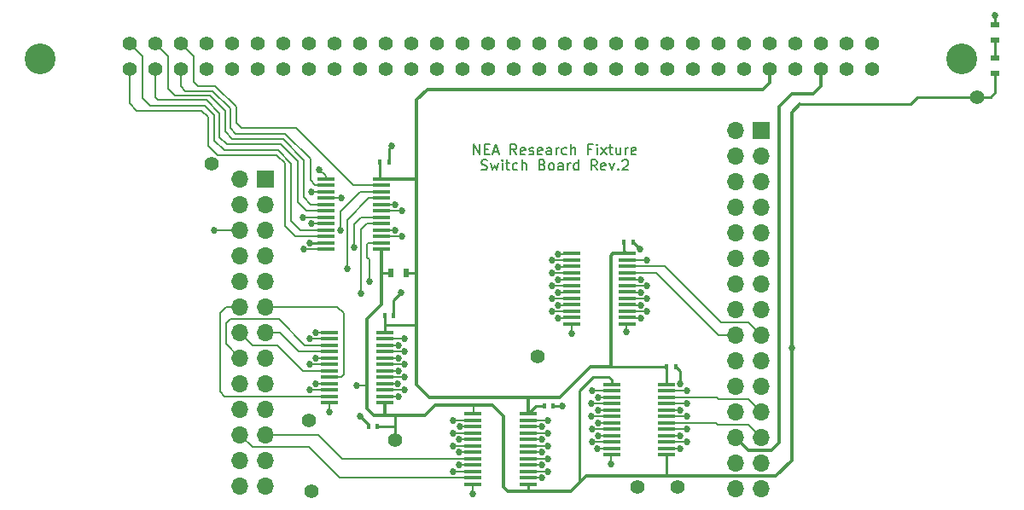
<source format=gtl>
G04 #@! TF.FileFunction,Copper,L1,Top,Signal*
%FSLAX46Y46*%
G04 Gerber Fmt 4.6, Leading zero omitted, Abs format (unit mm)*
G04 Created by KiCad (PCBNEW 4.0.1-stable) date 2/17/2017 10:30:22 PM*
%MOMM*%
G01*
G04 APERTURE LIST*
%ADD10C,0.100000*%
%ADD11C,0.127000*%
%ADD12R,1.651000X0.381000*%
%ADD13C,1.397000*%
%ADD14C,3.048000*%
%ADD15R,0.400000X0.600000*%
%ADD16R,1.700000X1.700000*%
%ADD17O,1.700000X1.700000*%
%ADD18R,0.900000X0.500000*%
%ADD19R,0.500000X0.900000*%
%ADD20C,0.685800*%
%ADD21C,0.254000*%
%ADD22C,0.203200*%
%ADD23C,0.304800*%
G04 APERTURE END LIST*
D10*
D11*
X-2633281Y15199481D02*
X-2633281Y16215481D01*
X-2051909Y15199481D01*
X-2051909Y16215481D01*
X-1567433Y15731671D02*
X-1228300Y15731671D01*
X-1082957Y15199481D02*
X-1567433Y15199481D01*
X-1567433Y16215481D01*
X-1082957Y16215481D01*
X-695376Y15489767D02*
X-210899Y15489767D01*
X-792271Y15199481D02*
X-453137Y16215481D01*
X-114004Y15199481D01*
X1581663Y15199481D02*
X1242529Y15683290D01*
X1000291Y15199481D02*
X1000291Y16215481D01*
X1387872Y16215481D01*
X1484767Y16167100D01*
X1533215Y16118719D01*
X1581663Y16021957D01*
X1581663Y15876814D01*
X1533215Y15780052D01*
X1484767Y15731671D01*
X1387872Y15683290D01*
X1000291Y15683290D01*
X2405272Y15247862D02*
X2308377Y15199481D01*
X2114586Y15199481D01*
X2017691Y15247862D01*
X1969243Y15344624D01*
X1969243Y15731671D01*
X2017691Y15828433D01*
X2114586Y15876814D01*
X2308377Y15876814D01*
X2405272Y15828433D01*
X2453720Y15731671D01*
X2453720Y15634910D01*
X1969243Y15538148D01*
X2841300Y15247862D02*
X2938196Y15199481D01*
X3131986Y15199481D01*
X3228881Y15247862D01*
X3277329Y15344624D01*
X3277329Y15393005D01*
X3228881Y15489767D01*
X3131986Y15538148D01*
X2986643Y15538148D01*
X2889748Y15586529D01*
X2841300Y15683290D01*
X2841300Y15731671D01*
X2889748Y15828433D01*
X2986643Y15876814D01*
X3131986Y15876814D01*
X3228881Y15828433D01*
X4100939Y15247862D02*
X4004044Y15199481D01*
X3810253Y15199481D01*
X3713358Y15247862D01*
X3664910Y15344624D01*
X3664910Y15731671D01*
X3713358Y15828433D01*
X3810253Y15876814D01*
X4004044Y15876814D01*
X4100939Y15828433D01*
X4149387Y15731671D01*
X4149387Y15634910D01*
X3664910Y15538148D01*
X5021444Y15199481D02*
X5021444Y15731671D01*
X4972996Y15828433D01*
X4876101Y15876814D01*
X4682310Y15876814D01*
X4585415Y15828433D01*
X5021444Y15247862D02*
X4924548Y15199481D01*
X4682310Y15199481D01*
X4585415Y15247862D01*
X4536967Y15344624D01*
X4536967Y15441386D01*
X4585415Y15538148D01*
X4682310Y15586529D01*
X4924548Y15586529D01*
X5021444Y15634910D01*
X5505920Y15199481D02*
X5505920Y15876814D01*
X5505920Y15683290D02*
X5554368Y15780052D01*
X5602815Y15828433D01*
X5699711Y15876814D01*
X5796606Y15876814D01*
X6571768Y15247862D02*
X6474872Y15199481D01*
X6281082Y15199481D01*
X6184187Y15247862D01*
X6135739Y15296243D01*
X6087291Y15393005D01*
X6087291Y15683290D01*
X6135739Y15780052D01*
X6184187Y15828433D01*
X6281082Y15876814D01*
X6474872Y15876814D01*
X6571768Y15828433D01*
X7007796Y15199481D02*
X7007796Y16215481D01*
X7443825Y15199481D02*
X7443825Y15731671D01*
X7395377Y15828433D01*
X7298482Y15876814D01*
X7153139Y15876814D01*
X7056244Y15828433D01*
X7007796Y15780052D01*
X9042596Y15731671D02*
X8703463Y15731671D01*
X8703463Y15199481D02*
X8703463Y16215481D01*
X9187939Y16215481D01*
X9575520Y15199481D02*
X9575520Y15876814D01*
X9575520Y16215481D02*
X9527072Y16167100D01*
X9575520Y16118719D01*
X9623968Y16167100D01*
X9575520Y16215481D01*
X9575520Y16118719D01*
X9963101Y15199481D02*
X10496025Y15876814D01*
X9963101Y15876814D02*
X10496025Y15199481D01*
X10738263Y15876814D02*
X11125844Y15876814D01*
X10883606Y16215481D02*
X10883606Y15344624D01*
X10932054Y15247862D01*
X11028949Y15199481D01*
X11125844Y15199481D01*
X11901006Y15876814D02*
X11901006Y15199481D01*
X11464977Y15876814D02*
X11464977Y15344624D01*
X11513425Y15247862D01*
X11610320Y15199481D01*
X11755663Y15199481D01*
X11852558Y15247862D01*
X11901006Y15296243D01*
X12385482Y15199481D02*
X12385482Y15876814D01*
X12385482Y15683290D02*
X12433930Y15780052D01*
X12482377Y15828433D01*
X12579273Y15876814D01*
X12676168Y15876814D01*
X13402882Y15247862D02*
X13305987Y15199481D01*
X13112196Y15199481D01*
X13015301Y15247862D01*
X12966853Y15344624D01*
X12966853Y15731671D01*
X13015301Y15828433D01*
X13112196Y15876814D01*
X13305987Y15876814D01*
X13402882Y15828433D01*
X13451330Y15731671D01*
X13451330Y15634910D01*
X12966853Y15538148D01*
X-1906567Y13698462D02*
X-1761224Y13650081D01*
X-1518986Y13650081D01*
X-1422090Y13698462D01*
X-1373643Y13746843D01*
X-1325195Y13843605D01*
X-1325195Y13940367D01*
X-1373643Y14037129D01*
X-1422090Y14085510D01*
X-1518986Y14133890D01*
X-1712776Y14182271D01*
X-1809671Y14230652D01*
X-1858119Y14279033D01*
X-1906567Y14375795D01*
X-1906567Y14472557D01*
X-1858119Y14569319D01*
X-1809671Y14617700D01*
X-1712776Y14666081D01*
X-1470538Y14666081D01*
X-1325195Y14617700D01*
X-986062Y14327414D02*
X-792272Y13650081D01*
X-598481Y14133890D01*
X-404691Y13650081D01*
X-210900Y14327414D01*
X176681Y13650081D02*
X176681Y14327414D01*
X176681Y14666081D02*
X128233Y14617700D01*
X176681Y14569319D01*
X225129Y14617700D01*
X176681Y14666081D01*
X176681Y14569319D01*
X515814Y14327414D02*
X903395Y14327414D01*
X661157Y14666081D02*
X661157Y13795224D01*
X709605Y13698462D01*
X806500Y13650081D01*
X903395Y13650081D01*
X1678557Y13698462D02*
X1581661Y13650081D01*
X1387871Y13650081D01*
X1290976Y13698462D01*
X1242528Y13746843D01*
X1194080Y13843605D01*
X1194080Y14133890D01*
X1242528Y14230652D01*
X1290976Y14279033D01*
X1387871Y14327414D01*
X1581661Y14327414D01*
X1678557Y14279033D01*
X2114585Y13650081D02*
X2114585Y14666081D01*
X2550614Y13650081D02*
X2550614Y14182271D01*
X2502166Y14279033D01*
X2405271Y14327414D01*
X2259928Y14327414D01*
X2163033Y14279033D01*
X2114585Y14230652D01*
X4149385Y14182271D02*
X4294728Y14133890D01*
X4343176Y14085510D01*
X4391624Y13988748D01*
X4391624Y13843605D01*
X4343176Y13746843D01*
X4294728Y13698462D01*
X4197833Y13650081D01*
X3810252Y13650081D01*
X3810252Y14666081D01*
X4149385Y14666081D01*
X4246281Y14617700D01*
X4294728Y14569319D01*
X4343176Y14472557D01*
X4343176Y14375795D01*
X4294728Y14279033D01*
X4246281Y14230652D01*
X4149385Y14182271D01*
X3810252Y14182271D01*
X4972995Y13650081D02*
X4876100Y13698462D01*
X4827652Y13746843D01*
X4779204Y13843605D01*
X4779204Y14133890D01*
X4827652Y14230652D01*
X4876100Y14279033D01*
X4972995Y14327414D01*
X5118338Y14327414D01*
X5215233Y14279033D01*
X5263681Y14230652D01*
X5312128Y14133890D01*
X5312128Y13843605D01*
X5263681Y13746843D01*
X5215233Y13698462D01*
X5118338Y13650081D01*
X4972995Y13650081D01*
X6184186Y13650081D02*
X6184186Y14182271D01*
X6135738Y14279033D01*
X6038843Y14327414D01*
X5845052Y14327414D01*
X5748157Y14279033D01*
X6184186Y13698462D02*
X6087290Y13650081D01*
X5845052Y13650081D01*
X5748157Y13698462D01*
X5699709Y13795224D01*
X5699709Y13891986D01*
X5748157Y13988748D01*
X5845052Y14037129D01*
X6087290Y14037129D01*
X6184186Y14085510D01*
X6668662Y13650081D02*
X6668662Y14327414D01*
X6668662Y14133890D02*
X6717110Y14230652D01*
X6765557Y14279033D01*
X6862453Y14327414D01*
X6959348Y14327414D01*
X7734510Y13650081D02*
X7734510Y14666081D01*
X7734510Y13698462D02*
X7637614Y13650081D01*
X7443824Y13650081D01*
X7346929Y13698462D01*
X7298481Y13746843D01*
X7250033Y13843605D01*
X7250033Y14133890D01*
X7298481Y14230652D01*
X7346929Y14279033D01*
X7443824Y14327414D01*
X7637614Y14327414D01*
X7734510Y14279033D01*
X9575520Y13650081D02*
X9236386Y14133890D01*
X8994148Y13650081D02*
X8994148Y14666081D01*
X9381729Y14666081D01*
X9478624Y14617700D01*
X9527072Y14569319D01*
X9575520Y14472557D01*
X9575520Y14327414D01*
X9527072Y14230652D01*
X9478624Y14182271D01*
X9381729Y14133890D01*
X8994148Y14133890D01*
X10399129Y13698462D02*
X10302234Y13650081D01*
X10108443Y13650081D01*
X10011548Y13698462D01*
X9963100Y13795224D01*
X9963100Y14182271D01*
X10011548Y14279033D01*
X10108443Y14327414D01*
X10302234Y14327414D01*
X10399129Y14279033D01*
X10447577Y14182271D01*
X10447577Y14085510D01*
X9963100Y13988748D01*
X10786710Y14327414D02*
X11028948Y13650081D01*
X11271186Y14327414D01*
X11658767Y13746843D02*
X11707215Y13698462D01*
X11658767Y13650081D01*
X11610319Y13698462D01*
X11658767Y13746843D01*
X11658767Y13650081D01*
X12094795Y14569319D02*
X12143243Y14617700D01*
X12240138Y14666081D01*
X12482376Y14666081D01*
X12579272Y14617700D01*
X12627719Y14569319D01*
X12676167Y14472557D01*
X12676167Y14375795D01*
X12627719Y14230652D01*
X12046348Y13650081D01*
X12676167Y13650081D01*
D12*
X-17297400Y12801600D03*
X-17297400Y12166600D03*
X-17297400Y11531600D03*
X-17297400Y10896600D03*
X-17297400Y10261600D03*
X-17297400Y9626600D03*
X-17297400Y8991600D03*
X-17297400Y8356600D03*
X-17297400Y7721600D03*
X-17297400Y7086600D03*
X-17297400Y6451600D03*
X-17297400Y5816600D03*
X-11836400Y5816600D03*
X-11836400Y6451600D03*
X-11836400Y7086600D03*
X-11836400Y7721600D03*
X-11836400Y8356600D03*
X-11836400Y8991600D03*
X-11836400Y9626600D03*
X-11836400Y10261600D03*
X-11836400Y10896600D03*
X-11836400Y11531600D03*
X-11836400Y12166600D03*
X-11836400Y12801600D03*
D13*
X-36830000Y23704600D03*
X-36830000Y26244600D03*
X-34290000Y23704600D03*
X-34290000Y26244600D03*
X-31750000Y23704600D03*
X-31750000Y26244600D03*
X-29210000Y23704600D03*
X-29210000Y26244600D03*
X-26670000Y23704600D03*
X-26670000Y26244600D03*
X-24130000Y23704600D03*
X-24130000Y26244600D03*
X-21590000Y23704600D03*
X-21590000Y26244600D03*
X-19050000Y23704600D03*
X-19050000Y26244600D03*
X-16510000Y23704600D03*
X-16510000Y26244600D03*
X-13970000Y23704600D03*
X-13970000Y26244600D03*
X-11430000Y23704600D03*
X-11430000Y26244600D03*
X-8890000Y23704600D03*
X-8890000Y26244600D03*
X-6350000Y23704600D03*
X-6350000Y26244600D03*
X-3810000Y23704600D03*
X-3810000Y26244600D03*
X-1270000Y23704600D03*
X-1270000Y26244600D03*
X1270000Y23704600D03*
X1270000Y26244600D03*
X3810000Y23704600D03*
X3810000Y26244600D03*
X6350000Y23704600D03*
X6350000Y26244600D03*
X8890000Y23704600D03*
X8890000Y26244600D03*
X11430000Y23704600D03*
X11430000Y26244600D03*
X13970000Y23704600D03*
X13970000Y26244600D03*
X16510000Y23704600D03*
X16510000Y26244600D03*
X19050000Y23704600D03*
X19050000Y26244600D03*
X21590000Y23704600D03*
X21590000Y26244600D03*
X24130000Y23704600D03*
X24130000Y26244600D03*
X26670000Y23704600D03*
X26670000Y26244600D03*
X29210000Y23704600D03*
X29210000Y26244600D03*
X31750000Y23704600D03*
X31750000Y26244600D03*
X34290000Y23704600D03*
X34290000Y26244600D03*
X36830000Y23704600D03*
X36830000Y26244600D03*
D14*
X45720000Y24720600D03*
X-45720000Y24720600D03*
D12*
X-16982440Y-2448560D03*
X-16982440Y-3083560D03*
X-16982440Y-3718560D03*
X-16982440Y-4353560D03*
X-16982440Y-4988560D03*
X-16982440Y-5623560D03*
X-16982440Y-6258560D03*
X-16982440Y-6893560D03*
X-16982440Y-7528560D03*
X-16982440Y-8163560D03*
X-16982440Y-8798560D03*
X-16982440Y-9433560D03*
X-11521440Y-9433560D03*
X-11521440Y-8798560D03*
X-11521440Y-8163560D03*
X-11521440Y-7528560D03*
X-11521440Y-6893560D03*
X-11521440Y-6258560D03*
X-11521440Y-5623560D03*
X-11521440Y-4988560D03*
X-11521440Y-4353560D03*
X-11521440Y-3718560D03*
X-11521440Y-3083560D03*
X-11521440Y-2448560D03*
X-2743200Y-10530840D03*
X-2743200Y-11165840D03*
X-2743200Y-11800840D03*
X-2743200Y-12435840D03*
X-2743200Y-13070840D03*
X-2743200Y-13705840D03*
X-2743200Y-14340840D03*
X-2743200Y-14975840D03*
X-2743200Y-15610840D03*
X-2743200Y-16245840D03*
X-2743200Y-16880840D03*
X-2743200Y-17515840D03*
X2717800Y-17515840D03*
X2717800Y-16880840D03*
X2717800Y-16245840D03*
X2717800Y-15610840D03*
X2717800Y-14975840D03*
X2717800Y-14340840D03*
X2717800Y-13705840D03*
X2717800Y-13070840D03*
X2717800Y-12435840D03*
X2717800Y-11800840D03*
X2717800Y-11165840D03*
X2717800Y-10530840D03*
X7071360Y5354320D03*
X7071360Y4719320D03*
X7071360Y4084320D03*
X7071360Y3449320D03*
X7071360Y2814320D03*
X7071360Y2179320D03*
X7071360Y1544320D03*
X7071360Y909320D03*
X7071360Y274320D03*
X7071360Y-360680D03*
X7071360Y-995680D03*
X7071360Y-1630680D03*
X12532360Y-1630680D03*
X12532360Y-995680D03*
X12532360Y-360680D03*
X12532360Y274320D03*
X12532360Y909320D03*
X12532360Y1544320D03*
X12532360Y2179320D03*
X12532360Y2814320D03*
X12532360Y3449320D03*
X12532360Y4084320D03*
X12532360Y4719320D03*
X12532360Y5354320D03*
X11008360Y-7630160D03*
X11008360Y-8265160D03*
X11008360Y-8900160D03*
X11008360Y-9535160D03*
X11008360Y-10170160D03*
X11008360Y-10805160D03*
X11008360Y-11440160D03*
X11008360Y-12075160D03*
X11008360Y-12710160D03*
X11008360Y-13345160D03*
X11008360Y-13980160D03*
X11008360Y-14615160D03*
X16469360Y-14615160D03*
X16469360Y-13980160D03*
X16469360Y-13345160D03*
X16469360Y-12710160D03*
X16469360Y-12075160D03*
X16469360Y-11440160D03*
X16469360Y-10805160D03*
X16469360Y-10170160D03*
X16469360Y-9535160D03*
X16469360Y-8900160D03*
X16469360Y-8265160D03*
X16469360Y-7630160D03*
D15*
X-11981600Y14452600D03*
X-11081600Y14452600D03*
X-11499000Y-787400D03*
X-10599000Y-787400D03*
X4325200Y-9753600D03*
X5225200Y-9753600D03*
X12224600Y6502400D03*
X13124600Y6502400D03*
X16466400Y-5842000D03*
X17366400Y-5842000D03*
D16*
X25875000Y17600000D03*
D17*
X23335000Y17600000D03*
X25875000Y15060000D03*
X23335000Y15060000D03*
X25875000Y12520000D03*
X23335000Y12520000D03*
X25875000Y9980000D03*
X23335000Y9980000D03*
X25875000Y7440000D03*
X23335000Y7440000D03*
X25875000Y4900000D03*
X23335000Y4900000D03*
X25875000Y2360000D03*
X23335000Y2360000D03*
X25875000Y-180000D03*
X23335000Y-180000D03*
X25875000Y-2720000D03*
X23335000Y-2720000D03*
X25875000Y-5260000D03*
X23335000Y-5260000D03*
X25875000Y-7800000D03*
X23335000Y-7800000D03*
X25875000Y-10340000D03*
X23335000Y-10340000D03*
X25875000Y-12880000D03*
X23335000Y-12880000D03*
X25875000Y-15420000D03*
X23335000Y-15420000D03*
X25875000Y-17960000D03*
X23335000Y-17960000D03*
D16*
X-23325000Y12800000D03*
D17*
X-25865000Y12800000D03*
X-23325000Y10260000D03*
X-25865000Y10260000D03*
X-23325000Y7720000D03*
X-25865000Y7720000D03*
X-23325000Y5180000D03*
X-25865000Y5180000D03*
X-23325000Y2640000D03*
X-25865000Y2640000D03*
X-23325000Y100000D03*
X-25865000Y100000D03*
X-23325000Y-2440000D03*
X-25865000Y-2440000D03*
X-23325000Y-4980000D03*
X-25865000Y-4980000D03*
X-23325000Y-7520000D03*
X-25865000Y-7520000D03*
X-23325000Y-10060000D03*
X-25865000Y-10060000D03*
X-23325000Y-12600000D03*
X-25865000Y-12600000D03*
X-23325000Y-15140000D03*
X-25865000Y-15140000D03*
X-23325000Y-17680000D03*
X-25865000Y-17680000D03*
D15*
X-12199200Y-11785600D03*
X-13099200Y-11785600D03*
D13*
X13589000Y-17805400D03*
X17526000Y-17780000D03*
X-10490200Y-13131800D03*
X-18796000Y-18186400D03*
X3708400Y-4826000D03*
X47294800Y20929600D03*
D18*
X49072800Y24778400D03*
X49072800Y23278400D03*
D19*
X-9359200Y3454400D03*
X-10859200Y3454400D03*
D18*
X49072800Y28080400D03*
X49072800Y26580400D03*
D13*
X-28676600Y14274800D03*
X-19050000Y-11201400D03*
D20*
X-18897600Y6451600D03*
X-18796000Y8356600D03*
X-19583400Y8991600D03*
X-15798800Y10896600D03*
X-18745200Y11531600D03*
X-28371800Y7721600D03*
X-15900400Y7721600D03*
X18455640Y-9540240D03*
X-13919200Y-10769600D03*
X17830800Y-7594600D03*
X13868400Y5791200D03*
X6121400Y-9753600D03*
X-9855200Y1473200D03*
X-10795000Y16103600D03*
X7051040Y-2575560D03*
X10993120Y-15549880D03*
X-2763520Y-18445480D03*
X-19502120Y5821680D03*
X-17002760Y-10358120D03*
X-15240000Y3911600D03*
X-14554200Y5994400D03*
X-13843000Y1397000D03*
X-13030200Y2641600D03*
X-10129520Y-3713480D03*
X-9540240Y-4348480D03*
X-10144760Y-6253480D03*
X-9540240Y-6888480D03*
X-10165080Y-8798560D03*
X-4104640Y-14330680D03*
X-4709160Y-12440920D03*
X-4069080Y-11800840D03*
X4074160Y-16885920D03*
X4699000Y-14975840D03*
X4094480Y-14340840D03*
X4699000Y-12435840D03*
X4109720Y-11800840D03*
X5694680Y-1010920D03*
X5120640Y899160D03*
X5709920Y1539240D03*
X5105400Y3429000D03*
X5745480Y4069080D03*
X13888720Y-1016000D03*
X14513560Y894080D03*
X13909040Y1529080D03*
X9687560Y-8905240D03*
X9047480Y-9545320D03*
X9652000Y-11435080D03*
X9062720Y-12075160D03*
X9636760Y-13985240D03*
X17830800Y-13990320D03*
X-10505440Y10261600D03*
X-9809480Y9621520D03*
X-10444480Y7721600D03*
X-9779000Y7086600D03*
X-18933160Y-8158480D03*
X-18338800Y-7518400D03*
X-18968720Y-5618480D03*
X-18343880Y-4988560D03*
X-18928080Y-3078480D03*
X-9540240Y-3083560D03*
X-10165080Y-4978400D03*
X-9519920Y-5618480D03*
X-10175240Y-7518400D03*
X-9530080Y-8158480D03*
X-4693920Y-16245840D03*
X-4099560Y-15605760D03*
X-4729480Y-13705840D03*
X-4104640Y-13075920D03*
X-4688840Y-11165840D03*
X4709160Y-16245840D03*
X4064000Y-15605760D03*
X4719320Y-13705840D03*
X4074160Y-13065760D03*
X4699000Y-11170920D03*
X5120640Y-375920D03*
X5715000Y264160D03*
X5085080Y2164080D03*
X5709920Y2794000D03*
X5125720Y4704080D03*
X14523720Y-375920D03*
X13878560Y264160D03*
X14533880Y2164080D03*
X13888720Y2804160D03*
X14513560Y4699000D03*
X9067800Y-8270240D03*
X9652000Y-10180320D03*
X9027160Y-10810240D03*
X9657080Y-12710160D03*
X9062720Y-13350240D03*
X18455640Y-8275320D03*
X17830800Y-10170160D03*
X18475960Y-10810240D03*
X18465800Y-13350240D03*
X49072800Y28981400D03*
X5740400Y5339080D03*
X-14310360Y-7691120D03*
X-18313400Y-2443480D03*
X-17957800Y13726160D03*
X12512040Y-2367280D03*
X28874720Y-3992880D03*
X18455640Y-12080240D03*
X17820640Y-12710160D03*
D21*
X-17297400Y6451600D02*
X-18897600Y6451600D01*
D22*
X-18796000Y8356600D02*
X-17297400Y8356600D01*
X-19583400Y8991600D02*
X-17297400Y8991600D01*
X-15798800Y10896600D02*
X-17297400Y10896600D01*
X-25865000Y7720000D02*
X-28370200Y7720000D01*
X-18745200Y11531600D02*
X-17297400Y11531600D01*
X-28370200Y7720000D02*
X-28371800Y7721600D01*
X-11836400Y11531600D02*
X-13919200Y11531600D01*
X-15900400Y9550400D02*
X-15900400Y7721600D01*
X-13919200Y11531600D02*
X-15900400Y9550400D01*
X18455640Y-9540240D02*
X16459200Y-9540240D01*
D21*
X-13099200Y-11785600D02*
X-13099200Y-11589600D01*
X-13099200Y-11589600D02*
X-13919200Y-10769600D01*
X17366400Y-5842000D02*
X17830800Y-6306400D01*
X17830800Y-6306400D02*
X17830800Y-7594600D01*
X13124600Y6502400D02*
X13157200Y6502400D01*
X13157200Y6502400D02*
X13868400Y5791200D01*
X5225200Y-9753600D02*
X6121400Y-9753600D01*
X-10599000Y-787400D02*
X-10599000Y729400D01*
X-10599000Y729400D02*
X-9855200Y1473200D01*
X-11081600Y14452600D02*
X-11081600Y15817000D01*
X-11081600Y15817000D02*
X-10795000Y16103600D01*
D22*
X-19497040Y5816600D02*
X-19502120Y5821680D01*
X-17297400Y5816600D02*
X-19497040Y5816600D01*
X10998200Y-14620240D02*
X10998200Y-15544800D01*
X7056120Y-1645920D02*
X7056120Y-2570480D01*
X-16997680Y-9428480D02*
X-16997680Y-10353040D01*
X-2758440Y-17515840D02*
X-2758440Y-18440400D01*
X25875000Y-12880000D02*
X24587560Y-11592560D01*
X21376640Y-11440160D02*
X16469360Y-11440160D01*
X21529040Y-11592560D02*
X21376640Y-11440160D01*
X24587560Y-11592560D02*
X21529040Y-11592560D01*
X-15240000Y3911600D02*
X-15240000Y8737600D01*
X-13081000Y10896600D02*
X-15240000Y8737600D01*
X-13081000Y10896600D02*
X-11836400Y10896600D01*
X-11836400Y8991600D02*
X-13817600Y8991600D01*
X-14554200Y8255000D02*
X-14554200Y5994400D01*
X-13817600Y8991600D02*
X-14554200Y8255000D01*
X-11836400Y8356600D02*
X-13284200Y8356600D01*
X-13843000Y7797800D02*
X-13843000Y1397000D01*
X-13284200Y8356600D02*
X-13843000Y7797800D01*
X-11836400Y6451600D02*
X-13081000Y6451600D01*
X-13030200Y4775200D02*
X-13030200Y2641600D01*
X-13233400Y4978400D02*
X-13030200Y4775200D01*
X-13233400Y6299200D02*
X-13233400Y4978400D01*
X-13081000Y6451600D02*
X-13233400Y6299200D01*
X-16982440Y-8798560D02*
X-27365960Y-8798560D01*
X-27215160Y100000D02*
X-25865000Y100000D01*
X-27823160Y-508000D02*
X-27215160Y100000D01*
X-27823160Y-8341360D02*
X-27823160Y-508000D01*
X-27365960Y-8798560D02*
X-27823160Y-8341360D01*
X-23325000Y100000D02*
X-16198520Y100000D01*
X-15778480Y-6893560D02*
X-16982440Y-6893560D01*
X-15524480Y-6639560D02*
X-15778480Y-6893560D01*
X-15524480Y-574040D02*
X-15524480Y-6639560D01*
X-16198520Y100000D02*
X-15524480Y-574040D01*
X-25865000Y-2440000D02*
X-24581360Y-3723640D01*
X-19573240Y-6258560D02*
X-16982440Y-6258560D01*
X-22108160Y-3723640D02*
X-19573240Y-6258560D01*
X-24581360Y-3723640D02*
X-22108160Y-3723640D01*
X-23325000Y-2440000D02*
X-21913520Y-2440000D01*
X-19999960Y-4353560D02*
X-16982440Y-4353560D01*
X-21913520Y-2440000D02*
X-19999960Y-4353560D01*
X-25865000Y-4980000D02*
X-27269440Y-3575560D01*
X-19441160Y-3718560D02*
X-16982440Y-3718560D01*
X-22001480Y-1158240D02*
X-19441160Y-3718560D01*
X-26842720Y-1158240D02*
X-22001480Y-1158240D01*
X-27269440Y-1584960D02*
X-26842720Y-1158240D01*
X-27269440Y-3575560D02*
X-27269440Y-1584960D01*
X-11536680Y-3713480D02*
X-10129520Y-3713480D01*
X-9540240Y-4348480D02*
X-11536680Y-4348480D01*
X-10144760Y-6253480D02*
X-11536680Y-6253480D01*
X-9540240Y-6888480D02*
X-11536680Y-6888480D01*
X-10170160Y-8793480D02*
X-11536680Y-8793480D01*
X-10170160Y-8793480D02*
X-10165080Y-8798560D01*
X-25865000Y-12600000D02*
X-24611840Y-13853160D01*
X-15956280Y-16880840D02*
X-2743200Y-16880840D01*
X-18983960Y-13853160D02*
X-15956280Y-16880840D01*
X-24611840Y-13853160D02*
X-18983960Y-13853160D01*
X-15687040Y-14975840D02*
X-2743200Y-14975840D01*
X-23325000Y-12600000D02*
X-18062880Y-12600000D01*
X-18062880Y-12600000D02*
X-15687040Y-14975840D01*
X-4094480Y-14340840D02*
X-4104640Y-14330680D01*
X-4094480Y-14340840D02*
X-2758440Y-14340840D01*
X-2758440Y-12435840D02*
X-4704080Y-12435840D01*
X-4704080Y-12435840D02*
X-4709160Y-12440920D01*
X-2758440Y-11800840D02*
X-4069080Y-11800840D01*
X4069080Y-16880840D02*
X4074160Y-16885920D01*
X4069080Y-16880840D02*
X2702560Y-16880840D01*
X4699000Y-14975840D02*
X2702560Y-14975840D01*
X4094480Y-14340840D02*
X2702560Y-14340840D01*
X2702560Y-12435840D02*
X4699000Y-12435840D01*
X2702560Y-11800840D02*
X4109720Y-11800840D01*
X7056120Y-1010920D02*
X5694680Y-1010920D01*
X7056120Y894080D02*
X5125720Y894080D01*
X5125720Y894080D02*
X5120640Y899160D01*
X7056120Y1529080D02*
X5720080Y1529080D01*
X5720080Y1529080D02*
X5709920Y1539240D01*
X5110480Y3434080D02*
X5105400Y3429000D01*
X7056120Y3434080D02*
X5110480Y3434080D01*
X7056120Y4069080D02*
X5745480Y4069080D01*
X13883640Y-1010920D02*
X13888720Y-1016000D01*
X12517120Y-1010920D02*
X13883640Y-1010920D01*
X14513560Y894080D02*
X12517120Y894080D01*
X13909040Y1529080D02*
X12517120Y1529080D01*
X23335000Y-2720000D02*
X21612520Y-2720000D01*
X21612520Y-2720000D02*
X15443200Y3449320D01*
X15443200Y3449320D02*
X12532360Y3449320D01*
X25875000Y-2720000D02*
X24618040Y-1463040D01*
X16322040Y4084320D02*
X12532360Y4084320D01*
X21869400Y-1463040D02*
X16322040Y4084320D01*
X24618040Y-1463040D02*
X21869400Y-1463040D01*
X10998200Y-8905240D02*
X9687560Y-8905240D01*
X10998200Y-9540240D02*
X9052560Y-9540240D01*
X9052560Y-9540240D02*
X9047480Y-9545320D01*
X9662160Y-11445240D02*
X9652000Y-11435080D01*
X9662160Y-11445240D02*
X10998200Y-11445240D01*
X9067800Y-12080240D02*
X9062720Y-12075160D01*
X9067800Y-12080240D02*
X10998200Y-12080240D01*
X9636760Y-13985240D02*
X10998200Y-13985240D01*
X25875000Y-10340000D02*
X24577400Y-9042400D01*
X21452840Y-8905240D02*
X16474440Y-8905240D01*
X21590000Y-9042400D02*
X21452840Y-8905240D01*
X24577400Y-9042400D02*
X21590000Y-9042400D01*
X16474440Y-8905240D02*
X16469360Y-8900160D01*
X17825720Y-13985240D02*
X17830800Y-13990320D01*
X17825720Y-13985240D02*
X16459200Y-13985240D01*
D23*
X23335000Y-12880000D02*
X24582480Y-14127480D01*
X31750000Y22026880D02*
X31750000Y23704600D01*
X30982920Y21259800D02*
X31750000Y22026880D01*
X28925520Y21259800D02*
X30982920Y21259800D01*
X27604720Y19939000D02*
X28925520Y21259800D01*
X27604720Y-13406120D02*
X27604720Y19939000D01*
X26883360Y-14127480D02*
X27604720Y-13406120D01*
X24582480Y-14127480D02*
X26883360Y-14127480D01*
D22*
X-36103560Y19568160D02*
X-36830000Y20294600D01*
X-22194520Y15133320D02*
X-28092400Y15133320D01*
X-28092400Y15133320D02*
X-29037280Y16078200D01*
X-29037280Y16078200D02*
X-29037280Y18933160D01*
X-29037280Y18933160D02*
X-29672280Y19568160D01*
X-29672280Y19568160D02*
X-36103560Y19568160D01*
X-21412200Y8128000D02*
X-21412200Y14351000D01*
X-20370800Y7086600D02*
X-21412200Y8128000D01*
X-17297400Y7086600D02*
X-20370800Y7086600D01*
X-36830000Y20294600D02*
X-36830000Y23704600D01*
X-21412200Y14351000D02*
X-22194520Y15133320D01*
X-20751800Y14325600D02*
X-22042120Y15615920D01*
X-34798000Y20066000D02*
X-35534600Y20802600D01*
X-35534600Y20802600D02*
X-35534600Y24949200D01*
X-36830000Y26244600D02*
X-35534600Y24949200D01*
X-19888200Y7721600D02*
X-17297400Y7721600D01*
X-20751800Y8585200D02*
X-20751800Y14325600D01*
X-19888200Y7721600D02*
X-20751800Y8585200D01*
X-29382720Y20066000D02*
X-34798000Y20066000D01*
X-28392120Y19075400D02*
X-29382720Y20066000D01*
X-28392120Y16576040D02*
X-28392120Y19075400D01*
X-27432000Y15615920D02*
X-28392120Y16576040D01*
X-22042120Y15615920D02*
X-27432000Y15615920D01*
X-20116800Y14554200D02*
X-21772880Y16210280D01*
X-33985200Y20599400D02*
X-34290000Y20904200D01*
X-34290000Y23704600D02*
X-34290000Y20904200D01*
X-19227800Y9626600D02*
X-17297400Y9626600D01*
X-20116800Y10515600D02*
X-20116800Y14554200D01*
X-19227800Y9626600D02*
X-20116800Y10515600D01*
X-29215080Y20599400D02*
X-33985200Y20599400D01*
X-27884120Y19268440D02*
X-29215080Y20599400D01*
X-27884120Y16921480D02*
X-27884120Y19268440D01*
X-27172920Y16210280D02*
X-27884120Y16921480D01*
X-21772880Y16210280D02*
X-27172920Y16210280D01*
X-19507200Y14655800D02*
X-21579840Y16728440D01*
X-32334200Y21031200D02*
X-33020000Y21717000D01*
X-33020000Y21717000D02*
X-33020000Y24974600D01*
X-34290000Y26244600D02*
X-33020000Y24974600D01*
X-18821400Y10261600D02*
X-17297400Y10261600D01*
X-19507200Y10947400D02*
X-19507200Y14655800D01*
X-18821400Y10261600D02*
X-19507200Y10947400D01*
X-28854400Y21031200D02*
X-32334200Y21031200D01*
X-27340560Y19517360D02*
X-28854400Y21031200D01*
X-27340560Y17470120D02*
X-27340560Y19517360D01*
X-26598880Y16728440D02*
X-27340560Y17470120D01*
X-21579840Y16728440D02*
X-26598880Y16728440D01*
X-18887440Y14798040D02*
X-21346160Y17256760D01*
X-31267400Y21513800D02*
X-31750000Y21996400D01*
X-31750000Y23704600D02*
X-31750000Y21996400D01*
X-18389600Y12166600D02*
X-17297400Y12166600D01*
X-18887440Y12664440D02*
X-18887440Y14798040D01*
X-18389600Y12166600D02*
X-18887440Y12664440D01*
X-28559760Y21513800D02*
X-31267400Y21513800D01*
X-26812240Y19766280D02*
X-28559760Y21513800D01*
X-26812240Y17805400D02*
X-26812240Y19766280D01*
X-26263600Y17256760D02*
X-26812240Y17805400D01*
X-21346160Y17256760D02*
X-26263600Y17256760D01*
X-14630400Y12166600D02*
X-20269200Y17805400D01*
X-30048200Y22021800D02*
X-30480000Y22453600D01*
X-30480000Y22453600D02*
X-30480000Y24974600D01*
X-31750000Y26244600D02*
X-30480000Y24974600D01*
X-14630400Y12166600D02*
X-11836400Y12166600D01*
X-28341320Y22021800D02*
X-30048200Y22021800D01*
X-26243280Y19923760D02*
X-28341320Y22021800D01*
X-26243280Y18313400D02*
X-26243280Y19923760D01*
X-25735280Y17805400D02*
X-26243280Y18313400D01*
X-20269200Y17805400D02*
X-25735280Y17805400D01*
X-11836400Y10261600D02*
X-10505440Y10261600D01*
X-29210000Y23622000D02*
X-29210000Y23704600D01*
X-11836400Y9626600D02*
X-9814560Y9626600D01*
X-9814560Y9626600D02*
X-9809480Y9621520D01*
X-11836400Y7721600D02*
X-10444480Y7721600D01*
X-11836400Y7086600D02*
X-9779000Y7086600D01*
X-16997680Y-8158480D02*
X-18933160Y-8158480D01*
X-16997680Y-7523480D02*
X-18333720Y-7523480D01*
X-18333720Y-7523480D02*
X-18338800Y-7518400D01*
X-16997680Y-5618480D02*
X-18968720Y-5618480D01*
X-16997680Y-4983480D02*
X-18338800Y-4983480D01*
X-18338800Y-4983480D02*
X-18343880Y-4988560D01*
X-16997680Y-3078480D02*
X-18928080Y-3078480D01*
X-11536680Y-3078480D02*
X-9545320Y-3078480D01*
X-9545320Y-3078480D02*
X-9540240Y-3083560D01*
X-11536680Y-4983480D02*
X-10170160Y-4983480D01*
X-10170160Y-4983480D02*
X-10165080Y-4978400D01*
X-11536680Y-5618480D02*
X-9519920Y-5618480D01*
X-10180320Y-7523480D02*
X-10175240Y-7518400D01*
X-11536680Y-7523480D02*
X-10180320Y-7523480D01*
X-11536680Y-8158480D02*
X-9530080Y-8158480D01*
X-2758440Y-16245840D02*
X-4693920Y-16245840D01*
X-4094480Y-15610840D02*
X-4099560Y-15605760D01*
X-2758440Y-15610840D02*
X-4094480Y-15610840D01*
X-2758440Y-13705840D02*
X-4729480Y-13705840D01*
X-2758440Y-13070840D02*
X-4099560Y-13070840D01*
X-4099560Y-13070840D02*
X-4104640Y-13075920D01*
X-2758440Y-11165840D02*
X-4688840Y-11165840D01*
X4709160Y-16245840D02*
X2702560Y-16245840D01*
X2702560Y-15610840D02*
X4058920Y-15610840D01*
X4058920Y-15610840D02*
X4064000Y-15605760D01*
X2702560Y-13705840D02*
X4719320Y-13705840D01*
X4069080Y-13070840D02*
X4074160Y-13065760D01*
X2702560Y-13070840D02*
X4069080Y-13070840D01*
X4693920Y-11165840D02*
X4699000Y-11170920D01*
X2702560Y-11165840D02*
X4693920Y-11165840D01*
X7056120Y-375920D02*
X5120640Y-375920D01*
X7056120Y259080D02*
X5720080Y259080D01*
X5720080Y259080D02*
X5715000Y264160D01*
X5085080Y2164080D02*
X7056120Y2164080D01*
X7056120Y2799080D02*
X5715000Y2799080D01*
X5715000Y2799080D02*
X5709920Y2794000D01*
X7056120Y4704080D02*
X5125720Y4704080D01*
X12517120Y-375920D02*
X14523720Y-375920D01*
X13873480Y259080D02*
X13878560Y264160D01*
X12517120Y259080D02*
X13873480Y259080D01*
X12517120Y2164080D02*
X14533880Y2164080D01*
X12517120Y2799080D02*
X13883640Y2799080D01*
X13883640Y2799080D02*
X13888720Y2804160D01*
X12517120Y4704080D02*
X14508480Y4704080D01*
X14508480Y4704080D02*
X14513560Y4699000D01*
X10998200Y-8270240D02*
X9067800Y-8270240D01*
X10998200Y-10175240D02*
X9657080Y-10175240D01*
X9657080Y-10175240D02*
X9652000Y-10180320D01*
X10998200Y-10810240D02*
X9027160Y-10810240D01*
X9662160Y-12715240D02*
X9657080Y-12710160D01*
X10998200Y-12715240D02*
X9662160Y-12715240D01*
X10998200Y-13350240D02*
X9062720Y-13350240D01*
X18450560Y-8270240D02*
X18455640Y-8275320D01*
X16459200Y-8270240D02*
X18450560Y-8270240D01*
X17825720Y-10175240D02*
X17830800Y-10170160D01*
X16459200Y-10175240D02*
X17825720Y-10175240D01*
X16459200Y-10810240D02*
X18475960Y-10810240D01*
X16459200Y-13350240D02*
X18465800Y-13350240D01*
D21*
X49072800Y28080400D02*
X49072800Y28981400D01*
X-9359200Y3454400D02*
X-8341360Y3454400D01*
X-8341360Y3454400D02*
X-8331200Y3454400D01*
X-8331200Y3454400D02*
X-8341360Y3454400D01*
X16466400Y-5842000D02*
X10942320Y-5842000D01*
X10942320Y-5842000D02*
X10942320Y-5847080D01*
X16466400Y-5842000D02*
X16466400Y-7627200D01*
X16466400Y-7627200D02*
X16469360Y-7630160D01*
X12224600Y6502400D02*
X12224600Y5662080D01*
X12224600Y5662080D02*
X12532360Y5354320D01*
X4325200Y-9753600D02*
X3495040Y-9753600D01*
X3495040Y-9753600D02*
X2717800Y-10530840D01*
X-11499000Y-1727200D02*
X-8448040Y-1727200D01*
X-8448040Y-1727200D02*
X-8341360Y-1620520D01*
X-11499000Y-787400D02*
X-11499000Y-1727200D01*
X-11499000Y-1727200D02*
X-11499000Y-2426120D01*
X-11499000Y-2426120D02*
X-11521440Y-2448560D01*
X-11981600Y14452600D02*
X-11981600Y12946800D01*
X-11981600Y12946800D02*
X-11836400Y12801600D01*
D23*
X-11836400Y12801600D02*
X-8341360Y12801600D01*
X26670000Y23704600D02*
X26670000Y22341840D01*
X-8341360Y20624800D02*
X-8341360Y12801600D01*
X-8341360Y12801600D02*
X-8341360Y3454400D01*
X-8341360Y3454400D02*
X-8341360Y-1620520D01*
X-7274560Y21691600D02*
X-8341360Y20624800D01*
X26019760Y21691600D02*
X-7274560Y21691600D01*
X26670000Y22341840D02*
X26019760Y21691600D01*
X12532360Y5354320D02*
X11160760Y5354320D01*
X11160760Y5354320D02*
X10942320Y5135880D01*
X10942320Y5135880D02*
X10942320Y-5847080D01*
X2717800Y-10530840D02*
X2717800Y-8900160D01*
X2743200Y-8895080D02*
X2743200Y-8900160D01*
X2722880Y-8895080D02*
X2743200Y-8895080D01*
X2717800Y-8900160D02*
X2722880Y-8895080D01*
X-8341360Y12024360D02*
X-8341360Y-1620520D01*
X-8341360Y-1620520D02*
X-8341360Y-7609840D01*
X-8341360Y-7609840D02*
X-7051040Y-8900160D01*
X-7051040Y-8900160D02*
X2743200Y-8900160D01*
X2743200Y-8900160D02*
X5887720Y-8900160D01*
X8940800Y-5847080D02*
X10942320Y-5847080D01*
X5887720Y-8900160D02*
X8940800Y-5847080D01*
D21*
X47294800Y20929600D02*
X48641000Y20929600D01*
X49072800Y21361400D02*
X49072800Y23278400D01*
X48641000Y20929600D02*
X49072800Y21361400D01*
X-10859200Y3454400D02*
X-11836400Y3454400D01*
X-12199200Y-11785600D02*
X-10490200Y-11785600D01*
X-10490200Y-11785600D02*
X-10617200Y-11785600D01*
X-10617200Y-11785600D02*
X-10490200Y-11785600D01*
X29707840Y20228560D02*
X40650160Y20228560D01*
D23*
X29707840Y20228560D02*
X28874720Y19395440D01*
X28874720Y-3992880D02*
X28874720Y19395440D01*
D21*
X41351200Y20929600D02*
X47294800Y20929600D01*
X40650160Y20228560D02*
X41351200Y20929600D01*
X-10490200Y-13131800D02*
X-10490200Y-11785600D01*
X-10490200Y-11785600D02*
X-10490200Y-10673080D01*
X2717800Y-17515840D02*
X2717800Y-18237200D01*
X2717800Y-18237200D02*
X2722880Y-18237200D01*
X16469360Y-14615160D02*
X16469360Y-16697960D01*
X16469360Y-16697960D02*
X16469360Y-16657320D01*
X16469360Y-16657320D02*
X16469360Y-16697960D01*
D22*
X7056120Y5339080D02*
X5740400Y5339080D01*
D21*
X11008360Y-7630160D02*
X11008360Y-7178040D01*
X7818120Y-8239760D02*
X7818120Y-17373600D01*
X9159240Y-6898640D02*
X7818120Y-8239760D01*
X10728960Y-6898640D02*
X9159240Y-6898640D01*
X11008360Y-7178040D02*
X10728960Y-6898640D01*
D22*
X-2743200Y-10530840D02*
X-2677160Y-10464800D01*
X-2677160Y-10464800D02*
X-2677160Y-9662160D01*
X-13263880Y-7691120D02*
X-13258800Y-7696200D01*
X-14310360Y-7691120D02*
X-13263880Y-7691120D01*
X-16997680Y-2443480D02*
X-18313400Y-2443480D01*
X-17297400Y13065760D02*
X-17297400Y12801600D01*
X-17957800Y13726160D02*
X-17297400Y13065760D01*
D23*
X-11521440Y-9433560D02*
X-11521440Y-10673080D01*
X-11836400Y5816600D02*
X-11836400Y3454400D01*
X-11836400Y3454400D02*
X-11836400Y284480D01*
X-11836400Y284480D02*
X-13258800Y-1137920D01*
X-13258800Y-1137920D02*
X-13258800Y-7696200D01*
X690880Y-18237200D02*
X2722880Y-18237200D01*
X2722880Y-18237200D02*
X6954520Y-18237200D01*
X274320Y-17820640D02*
X690880Y-18237200D01*
X274320Y-10754360D02*
X274320Y-17820640D01*
X-817880Y-9662160D02*
X274320Y-10754360D01*
X-6456680Y-9662160D02*
X-2677160Y-9662160D01*
X-2677160Y-9662160D02*
X-817880Y-9662160D01*
X-7467600Y-10673080D02*
X-6456680Y-9662160D01*
X-12583160Y-10673080D02*
X-11521440Y-10673080D01*
X-13258800Y-7696200D02*
X-13258800Y-9997440D01*
X-13258800Y-9997440D02*
X-12583160Y-10673080D01*
X-11521440Y-10673080D02*
X-10490200Y-10673080D01*
X-10490200Y-10673080D02*
X-7467600Y-10673080D01*
D22*
X12517120Y-1645920D02*
X12517120Y-2362200D01*
X12517120Y-2362200D02*
X12512040Y-2367280D01*
D23*
X27315160Y-16697960D02*
X16469360Y-16697960D01*
X16469360Y-16697960D02*
X8493760Y-16697960D01*
X8493760Y-16697960D02*
X7818120Y-17373600D01*
X7818120Y-17373600D02*
X6954520Y-18237200D01*
X28874720Y-15138400D02*
X27315160Y-16697960D01*
X28874720Y-3992880D02*
X28874720Y-15138400D01*
D21*
X49072800Y26580400D02*
X49072800Y24778400D01*
D22*
X18455640Y-12080240D02*
X16459200Y-12080240D01*
X16459200Y-12715240D02*
X17815560Y-12715240D01*
X17815560Y-12715240D02*
X17820640Y-12710160D01*
M02*

</source>
